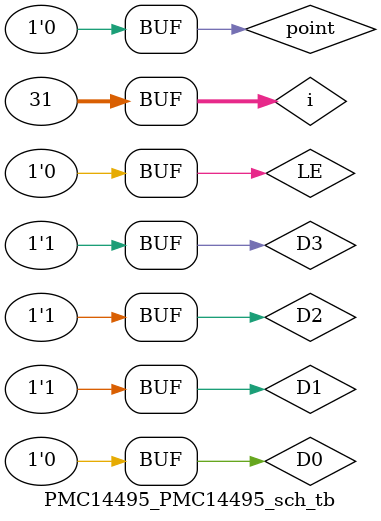
<source format=v>

`timescale 1ns / 1ps

module PMC14495_PMC14495_sch_tb();

// Inputs
   reg D3;
   reg point;
   reg D1;
   reg D2;
   reg LE;
   reg D0;

// Output
   wire p;
   wire g;
   wire f;
   wire e;
   wire d;
   wire c;
   wire b;
   wire a;

// Bidirs

// Instantiate the UUT
   PMC14495 UUT (
		.D3(D3), 
		.p(p), 
		.point(point), 
		.D1(D1), 
		.D2(D2), 
		.LE(LE), 
		.g(g), 
		.f(f), 
		.e(e), 
		.d(d), 
		.c(c), 
		.b(b), 
		.a(a), 
		.D0(D0)
   );
// Initialize Inputs
		integer i;
       initial begin
		D3 = 0;
		point = 0;
		D1 = 0;
		D2 = 0;
		LE = 0;
		D0 = 0;
      for (i=0; i<=30;i=i+1) begin
		#50;
		{D3,D2,D1,D0}=i;
		point = i;
	end
	end
endmodule
</source>
